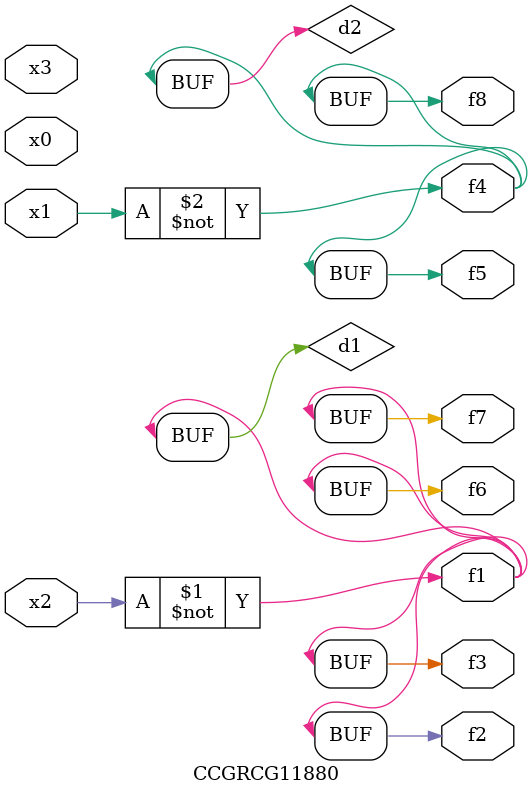
<source format=v>
module CCGRCG11880(
	input x0, x1, x2, x3,
	output f1, f2, f3, f4, f5, f6, f7, f8
);

	wire d1, d2;

	xnor (d1, x2);
	not (d2, x1);
	assign f1 = d1;
	assign f2 = d1;
	assign f3 = d1;
	assign f4 = d2;
	assign f5 = d2;
	assign f6 = d1;
	assign f7 = d1;
	assign f8 = d2;
endmodule

</source>
